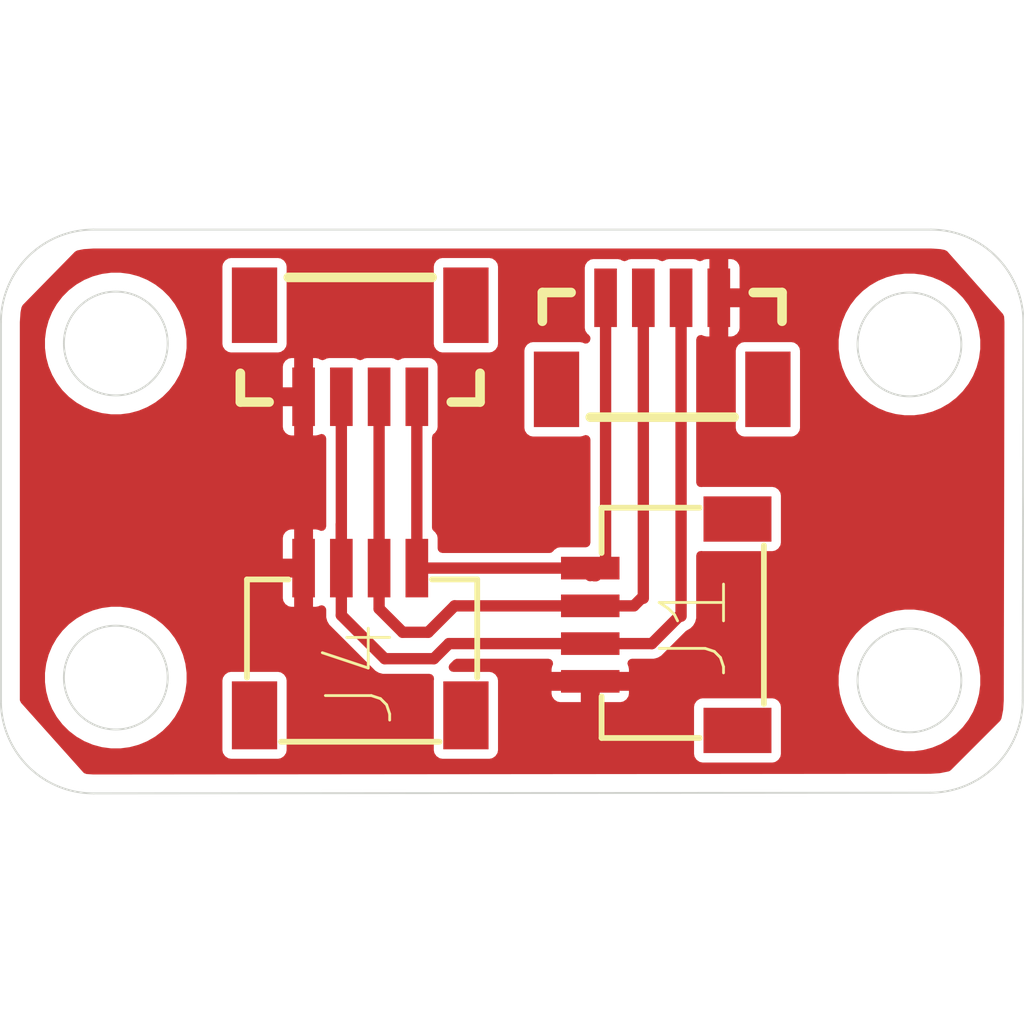
<source format=kicad_pcb>
(kicad_pcb (version 20241229) (generator "pcbnew") (generator_version "9.0")
  (layers (0 "F.Cu" signal) (2 "B.Cu" signal) (13 "F.Paste" user) (15 "B.Paste" user) (5 "F.SilkS" user "F.Silkscreen") (7 "B.SilkS" user "B.Silkscreen") (1 "F.Mask" user) (3 "B.Mask" user) (25 "Edge.Cuts" user))
  (net 0 "")
  (net 1 "GND")
  (net 2 "VCC")
  (net 3 "/SCL")
  (net 4 "/SDA")
  (footprint "adafruit-connectors:JST_SH4" (layer "F.Cu") (at 168.3 97.206)
    (property "Reference" "J4" (at -1 -0.706 90) (layer "F.SilkS") (effects (font (size 1.703222 1.703222) (thickness 0.074778)) (justify right top)))
    (property "Value" "Conn_01x04_Socket" (hide yes))
    (fp_line (start -3 -1.706) (end -1.9 -1.706) (stroke (width 0.1524)) (layer "F.SilkS"))
    (fp_line (start -3 0.894) (end -3 -1.706) (stroke (width 0.1524)) (layer "F.SilkS"))
    (fp_line (start -2.1 2.594) (end 2.1 2.594) (stroke (width 0.1524)) (layer "F.SilkS"))
    (fp_line (start 1.9 -1.706) (end 3.1 -1.706) (stroke (width 0.1524)) (layer "F.SilkS"))
    (fp_line (start 3.1 -1.706) (end 3.1 0.894) (stroke (width 0.1524)) (layer "F.SilkS"))
    (pad "1" smd rect (at -1.5 -2.006 90) (size 1.55 0.6) (layers "F.Cu" "F.Mask" "F.Paste") (net 1 "GND"))
    (pad "2" smd rect (at -0.5 -2.006 90) (size 1.55 0.6) (layers "F.Cu" "F.Mask" "F.Paste") (net 2 "VCC"))
    (pad "3" smd rect (at 0.5 -2.006 90) (size 1.55 0.6) (layers "F.Cu" "F.Mask" "F.Paste") (net 4 "/SDA"))
    (pad "4" smd rect (at 1.5 -2.006 90) (size 1.55 0.6) (layers "F.Cu" "F.Mask" "F.Paste") (net 3 "/SCL"))
    (pad "MT1" smd rect (at -2.8 1.894 90) (size 1.8 1.2) (layers "F.Cu" "F.Mask" "F.Paste"))
    (pad "MT2" smd rect (at 2.8 1.894 90) (size 1.8 1.2) (layers "F.Cu" "F.Mask" "F.Paste"))
  )
  (footprint "sparkfun-connectors:JST_SMD_1.0mm-4_Vertical" (layer "F.Cu") (at 168.3 89.15)
    (property "Reference" "J2")
    (property "Value" "Conn_01x04_Socket" (hide yes))
    (fp_line (start -3.175 0.889) (end -3.175 1.651) (stroke (width 0.254)) (layer "F.SilkS"))
    (fp_line (start -3.175 1.651) (end -2.413 1.651) (stroke (width 0.254)) (layer "F.SilkS"))
    (fp_line (start 1.905 -1.651) (end -1.905 -1.651) (stroke (width 0.254)) (layer "F.SilkS"))
    (fp_line (start 3.175 0.889) (end 3.175 1.651) (stroke (width 0.254)) (layer "F.SilkS"))
    (fp_line (start 3.175 1.651) (end 2.413 1.651) (stroke (width 0.254)) (layer "F.SilkS"))
    (pad "1" smd rect (at -1.5 1.511) (size 0.6 1.55) (layers "F.Cu" "F.Mask" "F.Paste") (net 1 "GND"))
    (pad "2" smd rect (at -0.5 1.511) (size 0.6 1.55) (layers "F.Cu" "F.Mask" "F.Paste") (net 2 "VCC"))
    (pad "3" smd rect (at 0.5 1.511) (size 0.6 1.55) (layers "F.Cu" "F.Mask" "F.Paste") (net 4 "/SDA"))
    (pad "4" smd rect (at 1.5 1.511) (size 0.6 1.55) (layers "F.Cu" "F.Mask" "F.Paste") (net 3 "/SCL"))
    (pad "NC1" smd rect (at -2.8 -0.914) (size 1.2 2) (layers "F.Cu" "F.Mask" "F.Paste"))
    (pad "NC2" smd rect (at 2.8 -0.914) (size 1.2 2) (layers "F.Cu" "F.Mask" "F.Paste"))
  )
  (footprint "sparkfun-connectors:JST_SMD_1.0mm-4_Vertical" (layer "F.Cu") (at 176.3 89.55 180)
    (property "Reference" "J3")
    (property "Value" "Conn_01x04_Socket" (hide yes))
    (fp_line (start 3.175 1.651) (end 2.413 1.651) (stroke (width 0.254)) (layer "F.SilkS"))
    (fp_line (start 3.175 0.889) (end 3.175 1.651) (stroke (width 0.254)) (layer "F.SilkS"))
    (fp_line (start 1.905 -1.651) (end -1.905 -1.651) (stroke (width 0.254)) (layer "F.SilkS"))
    (fp_line (start -3.175 1.651) (end -2.413 1.651) (stroke (width 0.254)) (layer "F.SilkS"))
    (fp_line (start -3.175 0.889) (end -3.175 1.651) (stroke (width 0.254)) (layer "F.SilkS"))
    (pad "1" smd rect (at -1.5 1.511 180) (size 0.6 1.55) (layers "F.Cu" "F.Mask" "F.Paste") (net 1 "GND"))
    (pad "2" smd rect (at -0.5 1.511 180) (size 0.6 1.55) (layers "F.Cu" "F.Mask" "F.Paste") (net 2 "VCC"))
    (pad "3" smd rect (at 0.5 1.511 180) (size 0.6 1.55) (layers "F.Cu" "F.Mask" "F.Paste") (net 4 "/SDA"))
    (pad "4" smd rect (at 1.5 1.511 180) (size 0.6 1.55) (layers "F.Cu" "F.Mask" "F.Paste") (net 3 "/SCL"))
    (pad "NC1" smd rect (at -2.8 -0.914 180) (size 1.2 2) (layers "F.Cu" "F.Mask" "F.Paste"))
    (pad "NC2" smd rect (at 2.8 -0.914 180) (size 1.2 2) (layers "F.Cu" "F.Mask" "F.Paste"))
  )
  (footprint "adafruit-connectors:JST_SH4" (layer "F.Cu") (at 176.4 96.7 90)
    (property "Reference" "J1" (at 1.45 -0.256 90) (layer "F.SilkS") (effects (font (size 1.703222 1.703222) (thickness 0.074778)) (justify right top)))
    (property "Value" "Conn_01x04_Socket" (hide yes))
    (fp_line (start 3.1 -1.706) (end 3.1 0.894) (stroke (width 0.1524)) (layer "F.SilkS"))
    (fp_line (start 1.9 -1.706) (end 3.1 -1.706) (stroke (width 0.1524)) (layer "F.SilkS"))
    (fp_line (start -3 -1.706) (end -1.9 -1.706) (stroke (width 0.1524)) (layer "F.SilkS"))
    (fp_line (start -3 0.894) (end -3 -1.706) (stroke (width 0.1524)) (layer "F.SilkS"))
    (fp_line (start -2.1 2.594) (end 2.1 2.594) (stroke (width 0.1524)) (layer "F.SilkS"))
    (pad "1" smd rect (at -1.5 -2.006 180) (size 1.55 0.6) (layers "F.Cu" "F.Mask" "F.Paste") (net 1 "GND"))
    (pad "2" smd rect (at -0.5 -2.006 180) (size 1.55 0.6) (layers "F.Cu" "F.Mask" "F.Paste") (net 2 "VCC"))
    (pad "3" smd rect (at 0.5 -2.006 180) (size 1.55 0.6) (layers "F.Cu" "F.Mask" "F.Paste") (net 4 "/SDA"))
    (pad "4" smd rect (at 1.5 -2.006 180) (size 1.55 0.6) (layers "F.Cu" "F.Mask" "F.Paste") (net 3 "/SCL"))
    (pad "MT1" smd rect (at -2.8 1.894 180) (size 1.8 1.2) (layers "F.Cu" "F.Mask" "F.Paste"))
    (pad "MT2" smd rect (at 2.8 1.894 180) (size 1.8 1.2) (layers "F.Cu" "F.Mask" "F.Paste"))
  )
  (gr_arc (start 183.417588 86.232412) (mid 185.15 86.95) (end 185.867588 88.682412) (stroke (width 0.05)) (layer "Edge.Cuts"))
  (gr_arc (start 158.782412 88.682412) (mid 159.5 86.95) (end 161.232412 86.232412) (stroke (width 0.05)) (layer "Edge.Cuts"))
  (gr_line (start 158.782412 98.717588) (end 158.782412 88.682412) (stroke (width 0.05)) (layer "Edge.Cuts"))
  (gr_circle (center 182.85 98.175) (end 181.475 98.175) (stroke (width 0.05)) (fill no) (layer "Edge.Cuts"))
  (gr_line (start 161.232412 86.232412) (end 183.417588 86.232412) (stroke (width 0.05)) (layer "Edge.Cuts"))
  (gr_arc (start 161.232412 101.167588) (mid 159.5 100.45) (end 158.782412 98.717588) (stroke (width 0.05)) (layer "Edge.Cuts"))
  (gr_circle (center 182.85 89.275) (end 184.225 89.275) (stroke (width 0.05)) (fill no) (layer "Edge.Cuts"))
  (gr_line (start 183.4 101.15) (end 161.232412 101.167588) (stroke (width 0.05)) (layer "Edge.Cuts"))
  (gr_arc (start 185.85 98.7) (mid 185.132412 100.432412) (end 183.4 101.15) (stroke (width 0.05)) (layer "Edge.Cuts"))
  (gr_circle (center 161.825 89.25) (end 161.825 90.625) (stroke (width 0.05)) (fill no) (layer "Edge.Cuts"))
  (gr_circle (center 161.825 98.1) (end 163.2 98.1) (stroke (width 0.05)) (fill no) (layer "Edge.Cuts"))
  (gr_line (start 185.867588 88.682412) (end 185.85 98.7) (stroke (width 0.05)) (layer "Edge.Cuts"))
  (segment (start 167.8 94.05) (end 167.8 96.45) (width 0.3) (layer "F.Cu") (net 2))
  (segment (start 174.394 97.2) (end 176.025 97.2) (width 0.3) (layer "F.Cu") (net 2))
  (segment (start 168.95 97.6) (end 170.25 97.6) (width 0.3) (layer "F.Cu") (net 2))
  (segment (start 170.65 97.2) (end 174.394 97.2) (width 0.3) (layer "F.Cu") (net 2))
  (segment (start 167.8 96.45) (end 168.95 97.6) (width 0.3) (layer "F.Cu") (net 2))
  (segment (start 176.025 97.2) (end 176.75 96.475) (width 0.3) (layer "F.Cu") (net 2))
  (segment (start 170.25 97.6) (end 170.65 97.2) (width 0.3) (layer "F.Cu") (net 2))
  (segment (start 176.75 88.089) (end 176.8 88.039) (width 0.3) (layer "F.Cu") (net 2))
  (segment (start 176.8 96.475) (end 176.8 88.089) (width 0.3) (layer "F.Cu") (net 2))
  (segment (start 176.9 88.189) (end 176.8 88.089) (width 0.3) (layer "F.Cu") (net 2))
  (segment (start 167.8 95.2) (end 167.8 94.05) (width 0.3) (layer "F.Cu") (net 2))
  (segment (start 167.8 94.05) (end 167.8 90.661) (width 0.3) (layer "F.Cu") (net 2))
  (segment (start 176.8 88.089) (end 176.8 88.039) (width 0.3) (layer "F.Cu") (net 2))
  (segment (start 174.394 95.3) (end 174.494 95.4) (width 0.3) (layer "F.Cu") (net 3))
  (segment (start 174.394 95.2) (end 174.394 95.4) (width 0.3) (layer "F.Cu") (net 3))
  (segment (start 174.8 95.194) (end 174.8 88.089) (width 0.3) (layer "F.Cu") (net 3))
  (segment (start 174.394 95.2) (end 174.394 95.3) (width 0.3) (layer "F.Cu") (net 3))
  (segment (start 174.394 95.2) (end 169.8 95.2) (width 0.3) (layer "F.Cu") (net 3))
  (segment (start 174.75 88.089) (end 174.8 88.039) (width 0.3) (layer "F.Cu") (net 3))
  (segment (start 174.544 95.4) (end 174.75 95.194) (width 0.3) (layer "F.Cu") (net 3))
  (segment (start 174.494 95.4) (end 174.544 95.4) (width 0.3) (layer "F.Cu") (net 3))
  (segment (start 169.8 95.2) (end 169.8 90.661) (width 0.3) (layer "F.Cu") (net 3))
  (segment (start 168.8 96.275) (end 169.425 96.9) (width 0.3) (layer "F.Cu") (net 4))
  (segment (start 168.8 95.2) (end 168.8 96.275) (width 0.3) (layer "F.Cu") (net 4))
  (segment (start 170.8 96.2) (end 174.394 96.2) (width 0.3) (layer "F.Cu") (net 4))
  (segment (start 170.1 96.9) (end 170.8 96.2) (width 0.3) (layer "F.Cu") (net 4))
  (segment (start 175.55 96.2) (end 175.75 96) (width 0.3) (layer "F.Cu") (net 4))
  (segment (start 174.394 96.2) (end 175.55 96.2) (width 0.3) (layer "F.Cu") (net 4))
  (segment (start 175.8 96) (end 175.8 88.089) (width 0.3) (layer "F.Cu") (net 4))
  (segment (start 169.425 96.9) (end 170.1 96.9) (width 0.3) (layer "F.Cu") (net 4))
  (segment (start 175.75 88.089) (end 175.8 88.039) (width 0.3) (layer "F.Cu") (net 4))
  (segment (start 168.8 95.2) (end 168.8 90.661) (width 0.3) (layer "F.Cu") (net 4))
  (zone (net 1) (net_name "GND") (layer "F.Cu") (connect_pads (clearance 0.25)) (min_thickness 0.25) (fill yes (thermal_gap 0.25) (thermal_bridge_width 0.5))
    (polygon (pts (xy 161.4 101.1) (xy 158.85 98.25) (xy 158.85 88.75) (xy 161.25 86.3) (xy 183.4 86.3) (xy 185.8 89) (xy 185.8 98.7) (xy 183.4 101.1)))
  )
)
</source>
